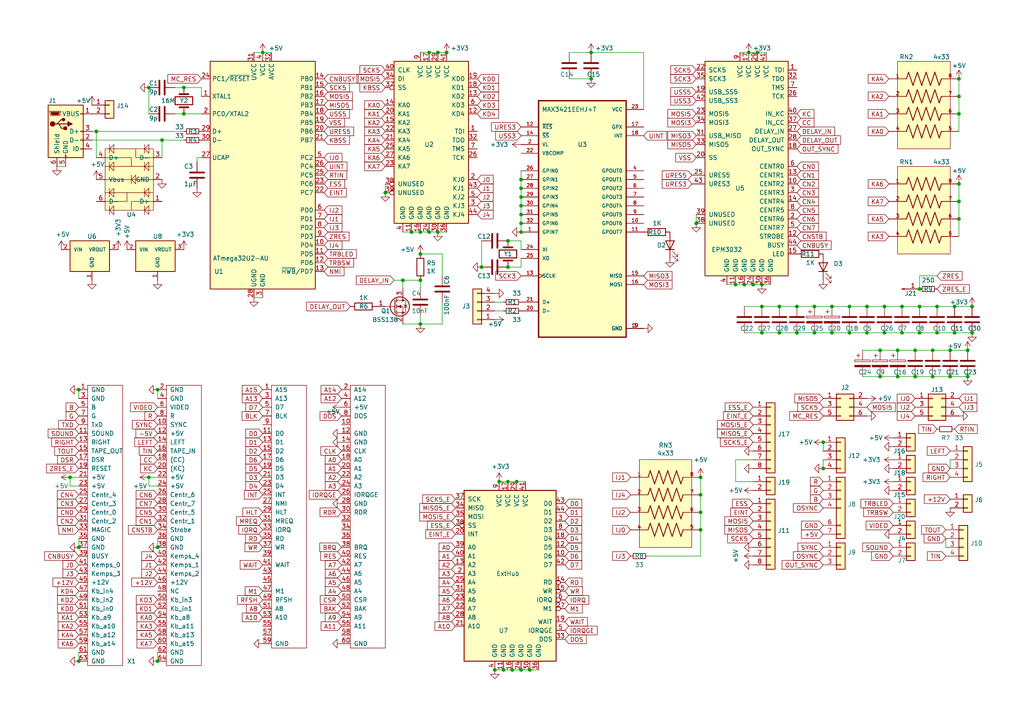
<source format=kicad_sch>
(kicad_sch (version 20211123) (generator eeschema)
  (paper "A4")
  (junction (at 266.7 83.82))
  (junction (at 246.38 88.9))
  (junction (at 151.13 67.31))
  (junction (at 278.13 53.34))
  (junction (at 278.13 63.5))
  (junction (at 265.43 101.6))
  (junction (at 276.86 96.52))
  (junction (at 281.94 96.52))
  (junction (at 151.13 64.77))
  (junction (at 121.92 81.28))
  (junction (at 261.62 96.52))
  (junction (at 281.94 88.9))
  (junction (at 151.13 54.61))
  (junction (at 171.45 15.24))
  (junction (at 147.32 77.47))
  (junction (at 43.18 25.4))
  (junction (at 45.72 191.77))
  (junction (at 124.46 15.24))
  (junction (at 275.59 109.22))
  (junction (at 256.54 96.52))
  (junction (at 76.2 15.24))
  (junction (at 280.67 101.6))
  (junction (at 151.13 59.69))
  (junction (at 22.86 158.75))
  (junction (at 147.32 69.85))
  (junction (at 144.78 139.7))
  (junction (at 121.92 67.31))
  (junction (at 220.98 82.55))
  (junction (at 149.86 139.7))
  (junction (at 270.51 109.22))
  (junction (at 270.51 101.6))
  (junction (at 226.06 96.52))
  (junction (at 201.93 64.77))
  (junction (at 127 15.24))
  (junction (at 45.72 158.75))
  (junction (at 148.59 194.31))
  (junction (at 146.05 194.31))
  (junction (at 241.3 96.52))
  (junction (at 280.67 109.22))
  (junction (at 151.13 52.07))
  (junction (at 121.92 93.98))
  (junction (at 255.27 109.22))
  (junction (at 203.2 148.59))
  (junction (at 203.2 138.43))
  (junction (at 276.86 88.9))
  (junction (at 260.35 101.6))
  (junction (at 46.99 40.64))
  (junction (at 220.98 96.52))
  (junction (at 111.76 55.88))
  (junction (at 246.38 96.52))
  (junction (at 127 67.31))
  (junction (at 220.98 88.9))
  (junction (at 147.32 139.7))
  (junction (at 151.13 194.31))
  (junction (at 256.54 88.9))
  (junction (at 151.13 62.23))
  (junction (at 260.35 109.22))
  (junction (at 278.13 27.94))
  (junction (at 231.14 96.52))
  (junction (at 271.78 88.9))
  (junction (at 143.51 194.31))
  (junction (at 251.46 88.9))
  (junction (at 121.92 73.66))
  (junction (at 43.18 138.43))
  (junction (at 119.38 67.31))
  (junction (at 251.46 96.52))
  (junction (at 53.34 33.02))
  (junction (at 266.7 96.52))
  (junction (at 275.59 101.6))
  (junction (at 203.2 153.67))
  (junction (at 22.86 191.77))
  (junction (at 261.62 88.9))
  (junction (at 271.78 96.52))
  (junction (at 231.14 88.9))
  (junction (at 116.84 81.28))
  (junction (at 218.44 82.55))
  (junction (at 53.34 25.4))
  (junction (at 226.06 88.9))
  (junction (at 217.17 15.24))
  (junction (at 151.13 57.15))
  (junction (at 124.46 67.31))
  (junction (at 278.13 58.42))
  (junction (at 278.13 33.02))
  (junction (at 219.71 15.24))
  (junction (at 238.76 128.27))
  (junction (at 20.32 138.43))
  (junction (at 278.13 22.86))
  (junction (at 236.22 88.9))
  (junction (at 27.94 38.1))
  (junction (at 238.76 135.89))
  (junction (at 213.36 82.55))
  (junction (at 129.54 15.24))
  (junction (at 236.22 96.52))
  (junction (at 171.45 22.86))
  (junction (at 265.43 109.22))
  (junction (at 139.7 77.47))
  (junction (at 215.9 82.55))
  (junction (at 255.27 101.6))
  (junction (at 153.67 194.31))
  (junction (at 45.72 113.03))
  (junction (at 22.86 113.03))
  (junction (at 266.7 88.9))
  (junction (at 203.2 143.51))
  (junction (at 241.3 88.9))
  (wire (pts (xy 124.46 67.31) (xy 127 67.31)))
  (wire (pts (xy 213.36 133.35) (xy 213.36 139.7)))
  (wire (pts (xy 111.76 53.34) (xy 111.76 55.88)))
  (wire (pts (xy 238.76 133.35) (xy 238.76 135.89)))
  (wire (pts (xy 266.7 96.52) (xy 271.78 96.52)))
  (wire (pts (xy 20.32 140.97) (xy 22.86 140.97)))
  (wire (pts (xy 26.67 38.1) (xy 27.94 38.1)))
  (wire (pts (xy 251.46 96.52) (xy 256.54 96.52)))
  (wire (pts (xy 171.45 15.24) (xy 186.69 15.24)))
  (wire (pts (xy 220.98 96.52) (xy 215.9 96.52)))
  (wire (pts (xy 265.43 109.22) (xy 270.51 109.22)))
  (wire (pts (xy 151.13 52.07) (xy 151.13 49.53)))
  (wire (pts (xy 214.63 15.24) (xy 217.17 15.24)))
  (wire (pts (xy 165.1 15.24) (xy 171.45 15.24)))
  (wire (pts (xy 121.92 73.66) (xy 128.27 73.66)))
  (wire (pts (xy 218.44 82.55) (xy 220.98 82.55)))
  (wire (pts (xy 151.13 67.31) (xy 151.13 64.77)))
  (wire (pts (xy 114.3 81.28) (xy 116.84 81.28)))
  (wire (pts (xy 278.13 63.5) (xy 278.13 68.58)))
  (wire (pts (xy 251.46 88.9) (xy 256.54 88.9)))
  (wire (pts (xy 147.32 139.7) (xy 144.78 139.7)))
  (wire (pts (xy 119.38 67.31) (xy 121.92 67.31)))
  (wire (pts (xy 213.36 139.7) (xy 218.44 139.7)))
  (wire (pts (xy 275.59 133.35) (xy 275.59 135.89)))
  (wire (pts (xy 128.27 73.66) (xy 128.27 80.01)))
  (wire (pts (xy 26.67 40.64) (xy 46.99 40.64)))
  (wire (pts (xy 53.34 25.4) (xy 58.42 25.4)))
  (wire (pts (xy 45.72 115.57) (xy 45.72 113.03)))
  (wire (pts (xy 236.22 96.52) (xy 241.3 96.52)))
  (wire (pts (xy 148.59 194.31) (xy 151.13 194.31)))
  (wire (pts (xy 226.06 88.9) (xy 231.14 88.9)))
  (wire (pts (xy 255.27 109.22) (xy 260.35 109.22)))
  (wire (pts (xy 238.76 130.81) (xy 238.76 128.27)))
  (wire (pts (xy 116.84 81.28) (xy 116.84 83.82)))
  (wire (pts (xy 278.13 22.86) (xy 278.13 27.94)))
  (wire (pts (xy 151.13 57.15) (xy 151.13 54.61)))
  (wire (pts (xy 261.62 96.52) (xy 266.7 96.52)))
  (wire (pts (xy 210.82 82.55) (xy 213.36 82.55)))
  (wire (pts (xy 22.86 115.57) (xy 22.86 113.03)))
  (wire (pts (xy 266.7 88.9) (xy 271.78 88.9)))
  (wire (pts (xy 246.38 88.9) (xy 251.46 88.9)))
  (wire (pts (xy 121.92 67.31) (xy 124.46 67.31)))
  (wire (pts (xy 43.18 140.97) (xy 45.72 140.97)))
  (wire (pts (xy 149.86 139.7) (xy 147.32 139.7)))
  (wire (pts (xy 241.3 88.9) (xy 246.38 88.9)))
  (wire (pts (xy 127 15.24) (xy 129.54 15.24)))
  (wire (pts (xy 124.46 15.24) (xy 127 15.24)))
  (wire (pts (xy 128.27 87.63) (xy 128.27 93.98)))
  (wire (pts (xy 278.13 58.42) (xy 278.13 63.5)))
  (wire (pts (xy 278.13 27.94) (xy 278.13 33.02)))
  (wire (pts (xy 203.2 138.43) (xy 203.2 143.51)))
  (wire (pts (xy 151.13 64.77) (xy 151.13 62.23)))
  (wire (pts (xy 16.51 48.26) (xy 19.05 48.26)))
  (wire (pts (xy 265.43 101.6) (xy 270.51 101.6)))
  (wire (pts (xy 276.86 88.9) (xy 281.94 88.9)))
  (wire (pts (xy 278.13 33.02) (xy 278.13 38.1)))
  (wire (pts (xy 22.86 189.23) (xy 22.86 191.77)))
  (wire (pts (xy 143.51 87.63) (xy 146.05 87.63)))
  (wire (pts (xy 261.62 88.9) (xy 266.7 88.9)))
  (wire (pts (xy 76.2 15.24) (xy 73.66 15.24)))
  (wire (pts (xy 219.71 15.24) (xy 222.25 15.24)))
  (wire (pts (xy 46.99 40.64) (xy 53.34 40.64)))
  (wire (pts (xy 266.7 80.01) (xy 271.78 80.01)))
  (wire (pts (xy 186.69 15.24) (xy 186.69 31.75)))
  (wire (pts (xy 76.2 15.24) (xy 78.74 15.24)))
  (wire (pts (xy 127 67.31) (xy 129.54 67.31)))
  (wire (pts (xy 58.42 25.4) (xy 58.42 27.94)))
  (wire (pts (xy 231.14 96.52) (xy 236.22 96.52)))
  (wire (pts (xy 250.19 101.6) (xy 255.27 101.6)))
  (wire (pts (xy 151.13 77.47) (xy 151.13 74.93)))
  (wire (pts (xy 226.06 96.52) (xy 231.14 96.52)))
  (wire (pts (xy 22.86 158.75) (xy 22.86 156.21)))
  (wire (pts (xy 43.18 138.43) (xy 45.72 138.43)))
  (wire (pts (xy 147.32 69.85) (xy 151.13 69.85)))
  (wire (pts (xy 266.7 83.82) (xy 266.7 80.01)))
  (wire (pts (xy 271.78 88.9) (xy 276.86 88.9)))
  (wire (pts (xy 58.42 45.72) (xy 57.15 45.72)))
  (wire (pts (xy 220.98 96.52) (xy 226.06 96.52)))
  (wire (pts (xy 151.13 59.69) (xy 151.13 57.15)))
  (wire (pts (xy 256.54 96.52) (xy 261.62 96.52)))
  (wire (pts (xy 203.2 161.29) (xy 203.2 153.67)))
  (wire (pts (xy 274.32 156.21) (xy 274.32 158.75)))
  (wire (pts (xy 260.35 101.6) (xy 265.43 101.6)))
  (wire (pts (xy 116.84 67.31) (xy 119.38 67.31)))
  (wire (pts (xy 20.32 138.43) (xy 20.32 140.97)))
  (wire (pts (xy 220.98 88.9) (xy 226.06 88.9)))
  (wire (pts (xy 151.13 69.85) (xy 151.13 72.39)))
  (wire (pts (xy 143.51 90.17) (xy 146.05 90.17)))
  (wire (pts (xy 151.13 194.31) (xy 153.67 194.31)))
  (wire (pts (xy 201.93 62.23) (xy 201.93 64.77)))
  (wire (pts (xy 76.2 86.36) (xy 73.66 86.36)))
  (wire (pts (xy 121.92 81.28) (xy 121.92 83.82)))
  (wire (pts (xy 121.92 81.28) (xy 116.84 81.28)))
  (wire (pts (xy 203.2 148.59) (xy 203.2 153.67)))
  (wire (pts (xy 121.92 93.98) (xy 128.27 93.98)))
  (wire (pts (xy 27.94 38.1) (xy 53.34 38.1)))
  (wire (pts (xy 43.18 138.43) (xy 43.18 140.97)))
  (wire (pts (xy 116.84 93.98) (xy 121.92 93.98)))
  (wire (pts (xy 275.59 101.6) (xy 280.67 101.6)))
  (wire (pts (xy 152.4 139.7) (xy 149.86 139.7)))
  (wire (pts (xy 255.27 101.6) (xy 260.35 101.6)))
  (wire (pts (xy 57.15 45.72) (xy 57.15 46.99)))
  (wire (pts (xy 231.14 88.9) (xy 236.22 88.9)))
  (wire (pts (xy 220.98 82.55) (xy 223.52 82.55)))
  (wire (pts (xy 153.67 194.31) (xy 156.21 194.31)))
  (wire (pts (xy 121.92 91.44) (xy 121.92 93.98)))
  (wire (pts (xy 275.59 109.22) (xy 280.67 109.22)))
  (wire (pts (xy 236.22 88.9) (xy 241.3 88.9)))
  (wire (pts (xy 46.99 40.64) (xy 46.99 45.72)))
  (wire (pts (xy 143.51 194.31) (xy 146.05 194.31)))
  (wire (pts (xy 45.72 189.23) (xy 45.72 191.77)))
  (wire (pts (xy 151.13 62.23) (xy 151.13 59.69)))
  (wire (pts (xy 260.35 109.22) (xy 265.43 109.22)))
  (wire (pts (xy 45.72 158.75) (xy 45.72 156.21)))
  (wire (pts (xy 215.9 88.9) (xy 220.98 88.9)))
  (wire (pts (xy 217.17 15.24) (xy 219.71 15.24)))
  (wire (pts (xy 53.34 33.02) (xy 58.42 33.02)))
  (wire (pts (xy 270.51 101.6) (xy 275.59 101.6)))
  (wire (pts (xy 203.2 143.51) (xy 203.2 148.59)))
  (wire (pts (xy 139.7 69.85) (xy 139.7 77.47)))
  (wire (pts (xy 121.92 15.24) (xy 124.46 15.24)))
  (wire (pts (xy 218.44 133.35) (xy 213.36 133.35)))
  (wire (pts (xy 213.36 82.55) (xy 215.9 82.55)))
  (wire (pts (xy 151.13 54.61) (xy 151.13 52.07)))
  (wire (pts (xy 256.54 88.9) (xy 261.62 88.9)))
  (wire (pts (xy 271.78 96.52) (xy 276.86 96.52)))
  (wire (pts (xy 53.34 33.02) (xy 50.8 33.02)))
  (wire (pts (xy 165.1 22.86) (xy 171.45 22.86)))
  (wire (pts (xy 20.32 138.43) (xy 22.86 138.43)))
  (wire (pts (xy 250.19 109.22) (xy 255.27 109.22)))
  (wire (pts (xy 276.86 96.52) (xy 281.94 96.52)))
  (wire (pts (xy 215.9 82.55) (xy 218.44 82.55)))
  (wire (pts (xy 27.94 38.1) (xy 27.94 45.72)))
  (wire (pts (xy 147.32 77.47) (xy 151.13 77.47)))
  (wire (pts (xy 246.38 96.52) (xy 251.46 96.52)))
  (wire (pts (xy 146.05 194.31) (xy 148.59 194.31)))
  (wire (pts (xy 278.13 53.34) (xy 278.13 58.42)))
  (wire (pts (xy 187.96 161.29) (xy 203.2 161.29)))
  (wire (pts (xy 43.18 25.4) (xy 43.18 33.02)))
  (wire (pts (xy 270.51 109.22) (xy 275.59 109.22)))
  (wire (pts (xy 50.8 25.4) (xy 53.34 25.4)))
  (wire (pts (xy 241.3 96.52) (xy 246.38 96.52)))
  (global_label "D1" (shape input) (at 76.2 128.27 180) (property "Intersheet References" "${INTERSHEET_REFS}" (effects hide)))
  (global_label "DOS" (shape input) (at 163.83 185.42 0) (property "Intersheet References" "${INTERSHEET_REFS}" (effects hide)))
  (global_label "VSS" (shape input) (at 201.93 45.72 180) (property "Intersheet References" "${INTERSHEET_REFS}" (effects hide)))
  (global_label "M1" (shape input) (at 76.2 171.45 180) (property "Intersheet References" "${INTERSHEET_REFS}" (effects hide)))
  (global_label "A6" (shape input) (at 99.06 166.37 180) (property "Intersheet References" "${INTERSHEET_REFS}" (effects hide)))
  (global_label "+5V" (shape input) (at 238.76 154.94 180) (property "Intersheet References" "${INTERSHEET_REFS}" (effects hide)))
  (global_label "ZRES_E" (shape input) (at 22.86 135.89 180) (property "Intersheet References" "${INTERSHEET_REFS}" (effects hide)))
  (global_label "KA7" (shape input) (at 111.76 48.26 180) (property "Intersheet References" "${INTERSHEET_REFS}" (effects hide)))
  (global_label "KD2" (shape input) (at 138.43 27.94 0) (property "Intersheet References" "${INTERSHEET_REFS}" (effects hide)))
  (global_label "KD0" (shape input) (at 22.86 176.53 180) (property "Intersheet References" "${INTERSHEET_REFS}" (effects hide)))
  (global_label "A4" (shape input) (at 99.06 171.45 180) (property "Intersheet References" "${INTERSHEET_REFS}" (effects hide)))
  (global_label "MOSI5" (shape input) (at 93.98 27.94 0) (property "Intersheet References" "${INTERSHEET_REFS}" (effects hide)))
  (global_label "EINT_E" (shape input) (at 218.44 120.65 180) (property "Intersheet References" "${INTERSHEET_REFS}" (effects hide)))
  (global_label "J0" (shape input) (at 22.86 163.83 180) (property "Intersheet References" "${INTERSHEET_REFS}" (effects hide)))
  (global_label "IORQGE" (shape input) (at 163.83 182.88 0) (property "Intersheet References" "${INTERSHEET_REFS}" (effects hide)))
  (global_label "MC_RES" (shape input) (at 238.76 120.65 180) (property "Intersheet References" "${INTERSHEET_REFS}" (effects hide)))
  (global_label "IJ0" (shape input) (at 182.88 153.67 180) (property "Intersheet References" "${INTERSHEET_REFS}" (effects hide)))
  (global_label "IJ4" (shape input) (at 182.88 143.51 180) (property "Intersheet References" "${INTERSHEET_REFS}" (effects hide)))
  (global_label "IORQGE" (shape input) (at 99.06 143.51 180) (property "Intersheet References" "${INTERSHEET_REFS}" (effects hide)))
  (global_label "DELAY_OUT" (shape input) (at 101.6 88.9 180) (property "Intersheet References" "${INTERSHEET_REFS}" (effects hide)))
  (global_label "RD" (shape input) (at 163.83 168.91 0) (property "Intersheet References" "${INTERSHEET_REFS}" (effects hide)))
  (global_label "RFSH" (shape input) (at 76.2 173.99 180) (property "Intersheet References" "${INTERSHEET_REFS}" (effects hide)))
  (global_label "G" (shape input) (at 238.76 142.24 180) (property "Intersheet References" "${INTERSHEET_REFS}" (effects hide)))
  (global_label "SCK3" (shape input) (at 151.13 80.01 180) (property "Intersheet References" "${INTERSHEET_REFS}" (effects hide)))
  (global_label "A5" (shape input) (at 99.06 168.91 180) (property "Intersheet References" "${INTERSHEET_REFS}" (effects hide)))
  (global_label "KA6" (shape input) (at 22.86 186.69 180) (property "Intersheet References" "${INTERSHEET_REFS}" (effects hide)))
  (global_label "KA2" (shape input) (at 111.76 35.56 180) (property "Intersheet References" "${INTERSHEET_REFS}" (effects hide)))
  (global_label "MOSI3" (shape input) (at 201.93 35.56 180) (property "Intersheet References" "${INTERSHEET_REFS}" (effects hide)))
  (global_label "MOSI5" (shape input) (at 111.76 22.86 180) (property "Intersheet References" "${INTERSHEET_REFS}" (effects hide)))
  (global_label "DELAY_OUT" (shape input) (at 231.14 40.64 0) (property "Intersheet References" "${INTERSHEET_REFS}" (effects hide)))
  (global_label "J0" (shape input) (at 138.43 52.07 0) (property "Intersheet References" "${INTERSHEET_REFS}" (effects hide)))
  (global_label "NMI" (shape input) (at 93.98 78.74 0) (property "Intersheet References" "${INTERSHEET_REFS}" (effects hide)))
  (global_label "J1" (shape input) (at 45.72 163.83 180) (property "Intersheet References" "${INTERSHEET_REFS}" (effects hide)))
  (global_label "MISO5_E" (shape input) (at 132.08 147.32 180) (property "Intersheet References" "${INTERSHEET_REFS}" (effects hide)))
  (global_label "KA5" (shape input) (at 257.81 63.5 180) (property "Intersheet References" "${INTERSHEET_REFS}" (effects hide)))
  (global_label "D2" (shape input) (at 163.83 151.13 0) (property "Intersheet References" "${INTERSHEET_REFS}" (effects hide)))
  (global_label "MREQ" (shape input) (at 76.2 151.13 180) (property "Intersheet References" "${INTERSHEET_REFS}" (effects hide)))
  (global_label "IJ2" (shape input) (at 265.43 118.11 180) (property "Intersheet References" "${INTERSHEET_REFS}" (effects hide)))
  (global_label "KD1" (shape input) (at 45.72 176.53 180) (property "Intersheet References" "${INTERSHEET_REFS}" (effects hide)))
  (global_label "KA0" (shape input) (at 257.81 38.1 180) (property "Intersheet References" "${INTERSHEET_REFS}" (effects hide)))
  (global_label "J3" (shape input) (at 22.86 166.37 180) (property "Intersheet References" "${INTERSHEET_REFS}" (effects hide)))
  (global_label "TIN" (shape input) (at 274.32 161.29 180) (property "Intersheet References" "${INTERSHEET_REFS}" (effects hide)))
  (global_label "IJ4" (shape input) (at 93.98 71.12 0) (property "Intersheet References" "${INTERSHEET_REFS}" (effects hide)))
  (global_label "D4" (shape input) (at 76.2 140.97 180) (property "Intersheet References" "${INTERSHEET_REFS}" (effects hide)))
  (global_label "ZRES_E" (shape input) (at 271.78 83.82 0) (property "Intersheet References" "${INTERSHEET_REFS}" (effects hide)))
  (global_label "J4" (shape input) (at 45.72 161.29 180) (property "Intersheet References" "${INTERSHEET_REFS}" (effects hide)))
  (global_label "D3" (shape input) (at 163.83 153.67 0) (property "Intersheet References" "${INTERSHEET_REFS}" (effects hide)))
  (global_label "ESS_E" (shape input) (at 132.08 152.4 180) (property "Intersheet References" "${INTERSHEET_REFS}" (effects hide)))
  (global_label "CN4" (shape input) (at 22.86 143.51 180) (property "Intersheet References" "${INTERSHEET_REFS}" (effects hide)))
  (global_label "TRBSW" (shape input) (at 259.08 148.59 180) (property "Intersheet References" "${INTERSHEET_REFS}" (effects hide)))
  (global_label "CN0" (shape input) (at 231.14 48.26 0) (property "Intersheet References" "${INTERSHEET_REFS}" (effects hide)))
  (global_label "RIGHT" (shape input) (at 275.59 138.43 180) (property "Intersheet References" "${INTERSHEET_REFS}" (effects hide)))
  (global_label "A5" (shape input) (at 132.08 171.45 180) (property "Intersheet References" "${INTERSHEET_REFS}" (effects hide)))
  (global_label "D1" (shape input) (at 163.83 148.59 0) (property "Intersheet References" "${INTERSHEET_REFS}" (effects hide)))
  (global_label "CN6" (shape input) (at 231.14 63.5 0) (property "Intersheet References" "${INTERSHEET_REFS}" (effects hide)))
  (global_label "MOSI3" (shape input) (at 186.69 82.55 0) (property "Intersheet References" "${INTERSHEET_REFS}" (effects hide)))
  (global_label "IJ1" (shape input) (at 182.88 138.43 180) (property "Intersheet References" "${INTERSHEET_REFS}" (effects hide)))
  (global_label "MISO3" (shape input) (at 201.93 39.37 180) (property "Intersheet References" "${INTERSHEET_REFS}" (effects hide)))
  (global_label "KD3" (shape input) (at 138.43 30.48 0) (property "Intersheet References" "${INTERSHEET_REFS}" (effects hide)))
  (global_label "KA7" (shape input) (at 45.72 186.69 180) (property "Intersheet References" "${INTERSHEET_REFS}" (effects hide)))
  (global_label "WAIT" (shape input) (at 76.2 163.83 180) (property "Intersheet References" "${INTERSHEET_REFS}" (effects hide)))
  (global_label "J2" (shape input) (at 138.43 57.15 0) (property "Intersheet References" "${INTERSHEET_REFS}" (effects hide)))
  (global_label "KA1" (shape input) (at 257.81 33.02 180) (property "Intersheet References" "${INTERSHEET_REFS}" (effects hide)))
  (global_label "MISO5" (shape input) (at 238.76 115.57 180) (property "Intersheet References" "${INTERSHEET_REFS}" (effects hide)))
  (global_label "HLT" (shape input) (at 76.2 148.59 180) (property "Intersheet References" "${INTERSHEET_REFS}" (effects hide)))
  (global_label "TRBLED" (shape input) (at 93.98 73.66 0) (property "Intersheet References" "${INTERSHEET_REFS}" (effects hide)))
  (global_label "BLK" (shape input) (at 76.2 120.65 180) (property "Intersheet References" "${INTERSHEET_REFS}" (effects hide)))
  (global_label "CN6" (shape input) (at 45.72 143.51 180) (property "Intersheet References" "${INTERSHEET_REFS}" (effects hide)))
  (global_label "CNBUSY" (shape input) (at 231.14 71.12 0) (property "Intersheet References" "${INTERSHEET_REFS}" (effects hide)))
  (global_label "CC" (shape input) (at 45.72 133.35 180) (property "Intersheet References" "${INTERSHEET_REFS}" (effects hide)))
  (global_label "J4" (shape input) (at 138.43 62.23 0) (property "Intersheet References" "${INTERSHEET_REFS}" (effects hide)))
  (global_label "GND" (shape input) (at 275.59 135.89 180) (property "Intersheet References" "${INTERSHEET_REFS}" (effects hide)))
  (global_label "KA7" (shape input) (at 257.81 58.42 180) (property "Intersheet References" "${INTERSHEET_REFS}" (effects hide)))
  (global_label "D5" (shape input) (at 163.83 158.75 0) (property "Intersheet References" "${INTERSHEET_REFS}" (effects hide)))
  (global_label "URES5" (shape input) (at 93.98 38.1 0) (property "Intersheet References" "${INTERSHEET_REFS}" (effects hide)))
  (global_label "A7" (shape input) (at 132.08 176.53 180) (property "Intersheet References" "${INTERSHEET_REFS}" (effects hide)))
  (global_label "A13" (shape input) (at 76.2 115.57 180) (property "Intersheet References" "${INTERSHEET_REFS}" (effects hide)))
  (global_label "OSYNC" (shape input) (at 238.76 147.32 180) (property "Intersheet References" "${INTERSHEET_REFS}" (effects hide)))
  (global_label "USS3" (shape input) (at 151.13 39.37 180) (property "Intersheet References" "${INTERSHEET_REFS}" (effects hide)))
  (global_label "A15" (shape input) (at 76.2 113.03 180) (property "Intersheet References" "${INTERSHEET_REFS}" (effects hide)))
  (global_label "ESS" (shape input) (at 93.98 53.34 0) (property "Intersheet References" "${INTERSHEET_REFS}" (effects hide)))
  (global_label "KD2" (shape input) (at 22.86 173.99 180) (property "Intersheet References" "${INTERSHEET_REFS}" (effects hide)))
  (global_label "A2" (shape input) (at 132.08 163.83 180) (property "Intersheet References" "${INTERSHEET_REFS}" (effects hide)))
  (global_label "SCK5" (shape input) (at 201.93 20.32 180) (property "Intersheet References" "${INTERSHEET_REFS}" (effects hide)))
  (global_label "IORQ" (shape input) (at 76.2 153.67 180) (property "Intersheet References" "${INTERSHEET_REFS}" (effects hide)))
  (global_label "RTIN" (shape input) (at 93.98 50.8 0) (property "Intersheet References" "${INTERSHEET_REFS}" (effects hide)))
  (global_label "D2" (shape input) (at 76.2 130.81 180) (property "Intersheet References" "${INTERSHEET_REFS}" (effects hide)))
  (global_label "J3" (shape input) (at 138.43 59.69 0) (property "Intersheet References" "${INTERSHEET_REFS}" (effects hide)))
  (global_label "CSR" (shape input) (at 99.06 173.99 180) (property "Intersheet References" "${INTERSHEET_REFS}" (effects hide)))
  (global_label "+12V" (shape input) (at 275.59 144.78 180) (property "Intersheet References" "${INTERSHEET_REFS}" (effects hide)))
  (global_label "KD4" (shape input) (at 22.86 171.45 180) (property "Intersheet References" "${INTERSHEET_REFS}" (effects hide)))
  (global_label "URES3" (shape input) (at 200.66 53.34 180) (property "Intersheet References" "${INTERSHEET_REFS}" (effects hide)))
  (global_label "VSS" (shape input) (at 93.98 35.56 0) (property "Intersheet References" "${INTERSHEET_REFS}" (effects hide)))
  (global_label "MOSI5_E" (shape input) (at 132.08 149.86 180) (property "Intersheet References" "${INTERSHEET_REFS}" (effects hide)))
  (global_label "EINT_E" (shape input) (at 132.08 154.94 180) (property "Intersheet References" "${INTERSHEET_REFS}" (effects hide)))
  (global_label "SCK5_E" (shape input) (at 218.44 128.27 180) (property "Intersheet References" "${INTERSHEET_REFS}" (effects hide)))
  (global_label "CN7" (shape input) (at 231.14 66.04 0) (property "Intersheet References" "${INTERSHEET_REFS}" (effects hide)))
  (global_label "A8" (shape input) (at 132.08 179.07 180) (property "Intersheet References" "${INTERSHEET_REFS}" (effects hide)))
  (global_label "J1" (shape input) (at 138.43 54.61 0) (property "Intersheet References" "${INTERSHEET_REFS}" (effects hide)))
  (global_label "SOUND" (shape input) (at 22.86 125.73 180) (property "Intersheet References" "${INTERSHEET_REFS}" (effects hide)))
  (global_label "MOSI5_E" (shape input) (at 218.44 123.19 180) (property "Intersheet References" "${INTERSHEET_REFS}" (effects hide)))
  (global_label "R" (shape input) (at 45.72 120.65 180) (property "Intersheet References" "${INTERSHEET_REFS}" (effects hide)))
  (global_label "CN1" (shape input) (at 45.72 151.13 180) (property "Intersheet References" "${INTERSHEET_REFS}" (effects hide)))
  (global_label "CLK" (shape input) (at 99.06 130.81 180) (property "Intersheet References" "${INTERSHEET_REFS}" (effects hide)))
  (global_label "TXD" (shape input) (at 22.86 123.19 180) (property "Intersheet References" "${INTERSHEET_REFS}" (effects hide)))
  (global_label "IJ2" (shape input) (at 182.88 148.59 180) (property "Intersheet References" "${INTERSHEET_REFS}" (effects hide)))
  (global_label "A4" (shape input) (at 132.08 168.91 180) (property "Intersheet References" "${INTERSHEET_REFS}" (effects hide)))
  (global_label "A6" (shape input) (at 132.08 173.99 180) (property "Intersheet References" "${INTERSHEET_REFS}" (effects hide)))
  (global_label "ZRES" (shape input) (at 93.98 68.58 0) (property "Intersheet References" "${INTERSHEET_REFS}" (effects hide)))
  (global_label "MC_RES" (shape input) (at 58.42 22.86 180) (property "Intersheet References" "${INTERSHEET_REFS}" (effects hide)))
  (global_label "KA3" (shape input) (at 111.76 38.1 180) (property "Intersheet References" "${INTERSHEET_REFS}" (effects hide)))
  (global_label "B" (shape input) (at 238.76 144.78 180) (property "Intersheet References" "${INTERSHEET_REFS}" (effects hide)))
  (global_label "MISO3" (shape input) (at 186.69 80.01 0) (property "Intersheet References" "${INTERSHEET_REFS}" (effects hide)))
  (global_label "A8" (shape input) (at 76.2 176.53 180) (property "Intersheet References" "${INTERSHEET_REFS}" (effects hide)))
  (global_label "IJ2" (shape input) (at 93.98 60.96 0) (property "Intersheet References" "${INTERSHEET_REFS}" (effects hide)))
  (global_label "VIDEO" (shape input) (at 45.72 118.11 180) (property "Intersheet References" "${INTERSHEET_REFS}" (effects hide)))
  (global_label "KBSS" (shape input) (at 93.98 40.64 0) (property "Intersheet References" "${INTERSHEET_REFS}" (effects hide)))
  (global_label "RIGHT" (shape input) (at 22.86 128.27 180) (property "Intersheet References" "${INTERSHEET_REFS}" (effects hide)))
  (global_label "KC" (shape input) (at 231.14 33.02 0) (property "Intersheet References" "${INTERSHEET_REFS}" (effects hide)))
  (global_label "BAK" (shape input) (at 99.06 176.53 180) (property "Intersheet References" "${INTERSHEET_REFS}" (effects hide)))
  (global_label "CN4" (shape input) (at 231.14 58.42 0) (property "Intersheet References" "${INTERSHEET_REFS}" (effects hide)))
  (global_label "KA0" (shape input) (at 45.72 179.07 180) (property "Intersheet References" "${INTERSHEET_REFS}" (effects hide)))
  (global_label "CNBUSY" (shape input) (at 93.98 22.86 0) (property "Intersheet References" "${INTERSHEET_REFS}" (effects hide)))
  (global_label "SOUND" (shape input) (at 259.08 158.75 180) (property "Intersheet References" "${INTERSHEET_REFS}" (effects hide)))
  (global_label "GND" (shape input) (at 274.32 156.21 180) (property "Intersheet References" "${INTERSHEET_REFS}" (effects hide)))
  (global_label "OUT_SYNC" (shape input) (at 231.14 43.18 0) (property "Intersheet References" "${INTERSHEET_REFS}" (effects hide)))
  (global_label "SCK5" (shape input) (at 111.76 20.32 180) (property "Intersheet References" "${INTERSHEET_REFS}" (effects hide)))
  (global_label "A11" (shape input) (at 99.06 181.61 180) (property "Intersheet References" "${INTERSHEET_REFS}" (effects hide)))
  (global_label "D0" (shape input) (at 163.83 146.05 0) (property "Intersheet References" "${INTERSHEET_REFS}" (effects hide)))
  (global_label "KA4" (shape input) (at 22.86 184.15 180) (property "Intersheet References" "${INTERSHEET_REFS}" (effects hide)))
  (global_label "WR" (shape input) (at 163.83 171.45 0) (property "Intersheet References" "${INTERSHEET_REFS}" (effects hide)))
  (global_label "SYNC" (shape input) (at 45.72 123.19 180) (property "Intersheet References" "${INTERSHEET_REFS}" (effects hide)))
  (global_label "KA4" (shape input) (at 257.81 22.86 180) (property "Intersheet References" "${INTERSHEET_REFS}" (effects hide)))
  (global_label "IJ1" (shape input) (at 278.13 115.57 0) (property "Intersheet References" "${INTERSHEET_REFS}" (effects hide)))
  (global_label "ESS" (shape input) (at 218.44 146.05 180) (property "Intersheet References" "${INTERSHEET_REFS}" (effects hide)))
  (global_label "KA3" (shape input) (at 257.81 68.58 180) (property "Intersheet References" "${INTERSHEET_REFS}" (effects hide)))
  (global_label "OSYNC" (shape input) (at 238.76 161.29 180) (property "Intersheet References" "${INTERSHEET_REFS}" (effects hide)))
  (global_label "D6" (shape input) (at 163.83 161.29 0) (property "Intersheet References" "${INTERSHEET_REFS}" (effects hide)))
  (global_label "GND" (shape input) (at 259.08 161.29 180) (property "Intersheet References" "${INTERSHEET_REFS}" (effects hide)))
  (global_label "MISO5" (shape input) (at 201.93 41.91 180) (property "Intersheet References" "${INTERSHEET_REFS}" (effects hide)))
  (global_label "ZRES" (shape input) (at 271.78 80.01 0) (property "Intersheet References" "${INTERSHEET_REFS}" (effects hide)))
  (global_label "A1" (shape input) (at 99.06 135.89 180) (property "Intersheet References" "${INTERSHEET_REFS}" (effects hide)))
  (global_label "CN2" (shape input) (at 231.14 53.34 0) (property "Intersheet References" "${INTERSHEET_REFS}" (effects hide)))
  (global_label "EINT" (shape input) (at 218.44 148.59 180) (property "Intersheet References" "${INTERSHEET_REFS}" (effects hide)))
  (global_label "KA0" (shape input) (at 111.76 30.48 180) (property "Intersheet References" "${INTERSHEET_REFS}" (effects hide)))
  (global_label "NMI" (shape input) (at 22.86 153.67 180) (property "Intersheet References" "${INTERSHEET_REFS}" (effects hide)))
  (global_label "KA2" (shape input) (at 22.86 181.61 180) (property "Intersheet References" "${INTERSHEET_REFS}" (effects hide)))
  (global_label "LEFT" (shape input) (at 45.72 128.27 180) (property "Intersheet References" "${INTERSHEET_REFS}" (effects hide)))
  (global_label "A0" (shape input) (at 132.08 158.75 180) (property "Intersheet References" "${INTERSHEET_REFS}" (effects hide)))
  (global_label "R" (shape input) (at 238.76 139.7 180) (property "Intersheet References" "${INTERSHEET_REFS}" (effects hide)))
  (global_label "A9" (shape input) (at 99.06 179.07 180) (property "Intersheet References" "${INTERSHEET_REFS}" (effects hide)))
  (global_label "KD1" (shape input) (at 138.43 25.4 0) (property "Intersheet References" "${INTERSHEET_REFS}" (effects hide)))
  (global_label "TIN" (shape input) (at 45.72 130.81 180) (property "Intersheet References" "${INTERSHEET_REFS}" (effects hide)))
  (global_label "CN1" (shape input) (at 231.14 50.8 0) (property "Intersheet References" "${INTERSHEET_REFS}" (effects hide)))
  (global_label "SCK5_E" (shape input) (at 132.08 144.78 180) (property "Intersheet References" "${INTERSHEET_REFS}" (effects hide)))
  (global_label "J2" (shape input) (at 45.72 166.37 180) (property "Intersheet References" "${INTERSHEET_REFS}" (effects hide)))
  (global_label "KA2" (shape input) (at 257.81 27.94 180) (property "Intersheet References" "${INTERSHEET_REFS}" (effects hide)))
  (global_label "USS5" (shape input) (at 93.98 33.02 0) (property "Intersheet References" "${INTERSHEET_REFS}" (effects hide)))
  (global_label "A10" (shape input) (at 132.08 181.61 180) (property "Intersheet References" "${INTERSHEET_REFS}" (effects hide)))
  (global_label "UINT" (shape input) (at 186.69 39.37 0) (property "Intersheet References" "${INTERSHEET_REFS}" (effects hide)))
  (global_label "MISO5" (shape input) (at 93.98 30.48 0) (property "Intersheet References" "${INTERSHEET_REFS}" (effects hide)))
  (global_label "D4" (shape input) (at 163.83 156.21 0) (property "Intersheet References" "${INTERSHEET_REFS}" (effects hide)))
  (global_label "A7" (shape input) (at 99.06 163.83 180) (property "Intersheet References" "${INTERSHEET_REFS}" (effects hide)))
  (global_label "TOUT" (shape input) (at 274.32 153.67 180) (property "Intersheet References" "${INTERSHEET_REFS}" (effects hide)))
  (global_label "SCK3" (shape input) (at 201.93 22.86 180) (property "Intersheet References" "${INTERSHEET_REFS}" (effects hide)))
  (global_label "VIDEO" (shape input) (at 259.08 152.4 180) (property "Intersheet References" "${INTERSHEET_REFS}" (effects hide)))
  (global_label "KD0" (shape input) (at 138.43 22.86 0) (property "Intersheet References" "${INTERSHEET_REFS}" (effects hide)))
  (global_label "D6" (shape input) (at 76.2 133.35 180) (property "Intersheet References" "${INTERSHEET_REFS}" (effects hide)))
  (global_label "A2" (shape input) (at 99.06 138.43 180) (property "Intersheet References" "${INTERSHEET_REFS}" (effects hide)))
  (global_label "KA5" (shape input) (at 45.72 184.15 180) (property "Intersheet References" "${INTERSHEET_REFS}" (effects hide)))
  (global_label "WR" (shape input) (at 76.2 158.75 180) (property "Intersheet References" "${INTERSHEET_REFS}" (effects hide)))
  (global_label "MISO5_E" (shape input) (at 218.44 125.73 180) (property "Intersheet References" "${INTERSHEET_REFS}" (effects hide)))
  (global_label "TOUT" (shape input) (at 22.86 130.81 180) (property "Intersheet References" "${INTERSHEET_REFS}" (effects hide)))
  (global_label "URES5" (shape input) (at 200.66 50.8 180) (property "Intersheet References" "${INTERSHEET_REFS}" (effects hide)))
  (global_label "B" (shape input) (at 22.86 118.11 180) (property "Intersheet References" "${INTERSHEET_REFS}" (effects hide)))
  (global_label "D7" (shape input) (at 76.2 118.11 180) (property "Intersheet References" "${INTERSHEET_REFS}" (effects hide)))
  (global_label "MOSI5" (shape input) (at 201.93 33.02 180) (property "Intersheet References" "${INTERSHEET_REFS}" (effects hide)))
  (global_label "+12V" (shape input) (at 22.86 168.91 180) (property "Intersheet References" "${INTERSHEET_REFS}" (effects hide)))
  (global_label "SCK5" (shape input) (at 218.44 156.21 180) (property "Intersheet References" "${INTERSHEET_REFS}" (effects hide)))
  (global_label "G" (shape input) (at 22.86 120.65 180) (property "Intersheet References" "${INTERSHEET_REFS}" (effects hide)))
  (global_label "SYNC" (shape input) (at 238.76 158.75 180) (property "Intersheet References" "${INTERSHEET_REFS}" (effects hide)))
  (global_label "CN3" (shape input) (at 22.86 146.05 180) (property "Intersheet References" "${INTERSHEET_REFS}" (effects hide)))
  (global_label "KA5" (shape input) (at 111.76 43.18 180) (property "Intersheet References" "${INTERSHEET_REFS}" (effects hide)))
  (global_label "-5V" (shape input) (at 45.72 125.73 180) (property "Intersheet References" "${INTERSHEET_REFS}" (effects hide)))
  (global_label "KD4" (shape input) (at 138.43 33.02 0) (property "Intersheet References" "${INTERSHEET_REFS}" (effects hide)))
  (global_label "CN5" (shape input) (at 231.14 60.96 0) (property "Intersheet References" "${INTERSHEET_REFS}" (effects hide)))
  (global_label "CN5" (shape input) (at 45.72 148.59 180) (property "Intersheet References" "${INTERSHEET_REFS}" (effects hide)))
  (global_label "RES" (shape input) (at 99.06 161.29 180) (property "Intersheet References" "${INTERSHEET_REFS}" (effects hide)))
  (global_label "KA6" (shape input) (at 111.76 45.72 180) (property "Intersheet References" "${INTERSHEET_REFS}" (effects hide)))
  (global_label "TIN" (shape input) (at 271.78 124.46 180) (property "Intersheet References" "${INTERSHEET_REFS}" (effects hide)))
  (global_label "MOSI5" (shape input) (at 218.44 151.13 180) (property "Intersheet References" "${INTERSHEET_REFS}" (effects hide)))
  (global_label "KD3" (shape input) (at 45.72 173.99 180) (property "Intersheet References" "${INTERSHEET_REFS}" (effects hide)))
  (global_label "CN2" (shape input) (at 22.86 151.13 180) (property "Intersheet References" "${INTERSHEET_REFS}" (effects hide)))
  (global_label "IJ0" (shape input) (at 265.43 115.57 180) (property "Intersheet References" "${INTERSHEET_REFS}" (effects hide)))
  (global_label "CC" (shape input) (at 231.14 35.56 0) (property "Intersheet References" "${INTERSHEET_REFS}" (effects hide)))
  (global_label "KA1" (shape input) (at 22.86 179.07 180) (property "Intersheet References" "${INTERSHEET_REFS}" (effects hide)))
  (global_label "BRQ" (shape input) (at 99.06 158.75 180) (property "Intersheet References" "${INTERSHEET_REFS}" (effects hide)))
  (global_label "KA4" (shape input) (at 111.76 40.64 180) (property "Intersheet References" "${INTERSHEET_REFS}" (effects hide)))
  (global_label "CNSTB" (shape input) (at 231.14 68.58 0) (property "Intersheet References" "${INTERSHEET_REFS}" (effects hide)))
  (global_label "ESS_E" (shape input) (at 218.44 118.11 180) (property "Intersheet References" "${INTERSHEET_REFS}" (effects hide)))
  (global_label "M1" (shape input) (at 163.83 176.53 0) (property "Intersheet References" "${INTERSHEET_REFS}" (effects hide)))
  (global_label "IJ0" (shape input) (at 93.98 45.72 0) (property "Intersheet References" "${INTERSHEET_REFS}" (effects hide)))
  (global_label "MISO5" (shape input) (at 218.44 153.67 180) (property "Intersheet References" "${INTERSHEET_REFS}" (effects hide)))
  (global_label "DELAY_IN" (shape input) (at 114.3 81.28 180) (property "Intersheet References" "${INTERSHEET_REFS}" (effects hide)))
  (global_label "A3" (shape input) (at 132.08 166.37 180) (property "Intersheet References" "${INTERSHEET_REFS}" (effects hide)))
  (global_label "D0" (shape input) (at 76.2 125.73 180) (property "Intersheet References" "${INTERSHEET_REFS}" (effects hide)))
  (global_label "MOSI5" (shape input) (at 251.46 118.11 0) (property "Intersheet References" "${INTERSHEET_REFS}" (effects hide)))
  (global_label "RTIN" (shape input) (at 276.86 124.46 0) (property "Intersheet References" "${INTERSHEET_REFS}" (effects hide)))
  (global_label "CN3" (shape input) (at 231.14 55.88 0) (property "Intersheet References" "${INTERSHEET_REFS}" (effects hide)))
  (global_label "D3" (shape input) (at 76.2 138.43 180) (property "Intersheet References" "${INTERSHEET_REFS}" (effects hide)))
  (global_label "D5" (shape input) (at 76.2 135.89 180) (property "Intersheet References" "${INTERSHEET_REFS}" (effects hide)))
  (global_label "A0" (shape input) (at 99.06 133.35 180) (property "Intersheet References" "${INTERSHEET_REFS}" (effects hide)))
  (global_label "TRBLED" (shape input) (at 259.08 146.05 180) (property "Intersheet References" "${INTERSHEET_REFS}" (effects hide)))
  (global_label "A1" (shape input) (at 132.08 161.29 180) (property "Intersheet References" "${INTERSHEET_REFS}" (effects hide)))
  (global_label "RDR" (shape input) (at 99.06 148.59 180) (property "Intersheet References" "${INTERSHEET_REFS}" (effects hide)))
  (global_label "URES3" (shape input) (at 151.13 36.83 180) (property "Intersheet References" "${INTERSHEET_REFS}" (effects hide)))
  (global_label "OUT_SYNC" (shape input) (at 238.76 163.83 180) (property "Intersheet References" "${INTERSHEET_REFS}" (effects hide)))
  (global_label "USS3" (shape input) (at 201.93 29.21 180) (property "Intersheet References" "${INTERSHEET_REFS}" (effects hide)))
  (global_label "DSR" (shape input) (at 22.86 133.35 180) (property "Intersheet References" "${INTERSHEET_REFS}" (effects hide)))
  (global_label "KBSS" (shape input) (at 111.76 25.4 180) (property "Intersheet References" "${INTERSHEET_REFS}" (effects hide)))
  (global_label "SCK5" (shape input) (at 93.98 25.4 0) (property "Intersheet References" "${INTERSHEET_REFS}" (effects hide)))
  (global_label "EINT" (shape input) (at 93.98 55.88 0) (property "Intersheet References" "${INTERSHEET_REFS}" (effects hide)))
  (global_label "CN0" (shape input) (at 22.86 148.59 180) (property "Intersheet References" "${INTERSHEET_REFS}" (effects hide)))
  (global_label "KC" (shape input) (at 45.72 135.89 180) (property "Intersheet References" "${INTERSHEET_REFS}" (effects hide)))
  (global_label "IJ4" (shape input) (at 265.43 120.65 180) (property "Intersheet References" "${INTERSHEET_REFS}" (effects hide)))
  (global_label "A3" (shape input) (at 99.06 140.97 180) (property "Intersheet References" "${INTERSHEET_REFS}" (effects hide)))
  (global_label "CNBUSY" (shape input) (at 22.86 161.29 180) (property "Intersheet References" "${INTERSHEET_REFS}" (effects hide)))
  (global_label "+12V" (shape input) (at 45.72 168.91 180) (property "Intersheet References" "${INTERSHEET_REFS}" (effects hide)))
  (global_label "CNSTB" (shape input) (at 45.72 153.67 180) (property "Intersheet References" "${INTERSHEET_REFS}" (effects hide)))
  (global_label "LEFT" (shape input) (at 275.59 130.81 180) (property "Intersheet References" "${INTERSHEET_REFS}" (effects hide)))
  (global_label "A14" (shape input) (at 99.06 113.03 180) (property "Intersheet References" "${INTERSHEET_REFS}" (effects hide)))
  (global_label "IORQ" (shape input) (at 163.83 173.99 0) (property "Intersheet References" "${INTERSHEET_REFS}" (effects hide)))
  (global_label "A10" (shape input) (at 76.2 179.07 180) (property "Intersheet References" "${INTERSHEET_REFS}" (effects hide)))
  (global_label "SCK5" (shape input) (at 238.76 118.11 180) (property "Intersheet References" "${INTERSHEET_REFS}" (effects hide)))
  (global_label "IJ3" (shape input) (at 278.13 118.11 0) (property "Intersheet References" "${INTERSHEET_REFS}" (effects hide)))
  (global_label "GND" (shape input) (at 238.76 152.4 180) (property "Intersheet References" "${INTERSHEET_REFS}" (effects hide)))
  (global_label "KA6" (shape input) (at 257.81 53.34 180) (property "Intersheet References" "${INTERSHEET_REFS}" (effects hide)))
  (global_label "INT" (shape input) (at 76.2 143.51 180) (property "Intersheet References" "${INTERSHEET_REFS}" (effects hide)))
  (global_label "KA1" (shape input) (at 111.76 33.02 180) (property "Intersheet References" "${INTERSHEET_REFS}" (effects hide)))
  (global_label "RD" (shape input) (at 76.2 156.21 180) (property "Intersheet References" "${INTERSHEET_REFS}" (effects hide)))
  (global_label "A12" (shape input) (at 99.06 115.57 180) (property "Intersheet References" "${INTERSHEET_REFS}" (effects hide)))
  (global_label "D7" (shape input) (at 163.83 163.83 0) (property "Intersheet References" "${INTERSHEET_REFS}" (effects hide)))
  (global_label "USS5" (shape input) (at 201.93 26.67 180) (property "Intersheet References" "${INTERSHEET_REFS}" (effects hide)))
  (global_label "IJ3" (shape input) (at 93.98 66.04 0) (property "Intersheet References" "${INTERSHEET_REFS}" (effects hide)))
  (global_label "KA3" (shape input) (at 45.72 181.61 180) (property "Intersheet References" "${INTERSHEET_REFS}" (effects hide)))
  (global_label "UINT" (shape input) (at 93.98 48.26 0) (property "Intersheet References" "${INTERSHEET_REFS}" (effects hide)))
  (global_label "DOS" (shape input) (at 99.06 120.65 180) (property "Intersheet References" "${INTERSHEET_REFS}" (effects hide)))
  (global_label "CN7" (shape input) (at 45.72 146.05 180) (property "Intersheet References" "${INTERSHEET_REFS}" (effects hide)))
  (global_label "IJ3" (shape input) (at 182.88 161.29 180) (property "Intersheet References" "${INTERSHEET_REFS}" (effects hide)))
  (global_label "IJ1" (shape input) (at 93.98 63.5 0) (property "Intersheet References" "${INTERSHEET_REFS}" (effects hide)))
  (global_label "DELAY_IN" (shape input) (at 231.14 38.1 0) (property "Intersheet References" "${INTERSHEET_REFS}" (effects hide)))
  (global_label "WAIT" (shape input) (at 163.83 180.34 0) (property "Intersheet References" "${INTERSHEET_REFS}" (effects hide)))
  (global_label "TRBSW" (shape input) (at 93.98 76.2 0) (property "Intersheet References" "${INTERSHEET_REFS}" (effects hide)))
  (symbol (lib_id "MAX3421EEHJ_T:MAX3421EEHJ+T") (at 168.91 62.23 0) (unit 1)
    (property "Reference" "U3" (at 168.91 41.91 0))
    (property "Value" "MAX3421EEHJ+T" (at 165.1 31.75 0))
    (property "Footprint" "Package_QFP:LQFP-32_5x5mm_P0.5mm" (effects hide))
    (property "Description" "\\nUSB Controller USB 2.0 SPI Interface 32-TQFP (5x5)\\n" (effects hide))
    (property "Price" "None" (effects hide))
    (property "Availability" "In Stock" (effects hide))
    (property "MP" "MAX3421EEHJ+T" (effects hide))
    (property "MF" "Maxim Integrated" (effects hide))
    (property "Purchase-URL" "https://pricing.snapeda.com/search/part/MAX3421EEHJ+T/?ref=eda" (effects hide))
    (property "Package" "TQFP-32 Maxim" (effects hide))
  )
  (symbol (lib_id "power:GND") (at 186.69 95.25 90) (unit 1)
    (property "Reference" "#PWR0101" (effects hide))
    (property "Value" "GND" (effects hide))
  )
  (symbol (lib_id "power:+3.3V") (at 171.45 15.24 0) (unit 1)
    (property "Reference" "#PWR0102" (effects hide))
    (property "Value" "+3.3V" (at 175.26 13.97 0))
  )
  (symbol (lib_id "power:GND") (at 127 67.31 0) (unit 1)
    (property "Reference" "#PWR0103" (effects hide))
    (property "Value" "GND" (effects hide))
  )
  (symbol (lib_id "psk:EPM3064_KbdHub") (at 132.08 55.88 0) (unit 1)
    (property "Reference" "U2" (at 124.46 41.91 0))
    (property "Value" "EPM3064_KbdHub" (effects hide))
    (property "Footprint" "Package_QFP:TQFP-44_10x10mm_P0.8mm" (effects hide))
  )
  (symbol (lib_id "psk:ScorpionEdgeConnector") (at 35.56 156.21 0) (unit 1)
    (property "Reference" "X1" (at 36.83 191.77 0) (effects (justify left)))
    (property "Value" "ScorpionEdgeConnector" (effects hide))
    (property "Footprint" "card:PADS_2.5_32" (effects hide))
  )
  (symbol (lib_id "power:GND") (at 22.86 191.77 270) (unit 1)
    (property "Reference" "#PWR0105" (effects hide))
    (property "Value" "GND" (effects hide))
  )
  (symbol (lib_id "power:GND") (at 45.72 191.77 270) (unit 1)
    (property "Reference" "#PWR0106" (effects hide))
    (property "Value" "GND" (effects hide))
  )
  (symbol (lib_id "power:GND") (at 22.86 113.03 270) (unit 1)
    (property "Reference" "#PWR0107" (effects hide))
    (property "Value" "GND" (effects hide))
  )
  (symbol (lib_id "power:GND") (at 45.72 113.03 270) (unit 1)
    (property "Reference" "#PWR0108" (effects hide))
    (property "Value" "GND" (effects hide))
  )
  (symbol (lib_id "Device:Crystal") (at 53.34 29.21 270) (unit 1)
    (property "Reference" "Y2" (at 54.61 29.21 90) (effects (justify right)))
    (property "Value" "16M" (at 50.8 29.21 90) (effects (justify right)))
    (property "Footprint" "Crystal:Crystal_HC49-U_Vertical" (effects hide))
  )
  (symbol (lib_id "Device:C") (at 46.99 25.4 270) (unit 1)
    (property "Reference" "C1" (at 43.18 24.13 90) (effects (justify left)))
    (property "Value" "9p" (at 43.18 26.67 90) (effects (justify left)))
    (property "Footprint" "Capacitor_SMD:C_0805_2012Metric" (effects hide))
  )
  (symbol (lib_id "Device:C") (at 46.99 33.02 270) (unit 1)
    (property "Reference" "C2" (at 43.18 31.75 90) (effects (justify left)))
    (property "Value" "9p" (at 43.18 34.29 90) (effects (justify left)))
    (property "Footprint" "Capacitor_SMD:C_0805_2012Metric" (effects hide))
  )
  (symbol (lib_id "power:GND") (at 43.18 25.4 270) (unit 1)
    (property "Reference" "#PWR0110" (effects hide))
    (property "Value" "GND" (effects hide))
  )
  (symbol (lib_id "Connector:USB_B_Mini") (at 19.05 38.1 0) (unit 1)
    (property "Reference" "J1" (at 15.24 29.21 0))
    (property "Value" "USB_B_Mini" (effects hide))
    (property "Footprint" "card:usb_mini" (effects hide))
  )
  (symbol (lib_id "Device:R_Small") (at 148.59 87.63 270) (unit 1)
    (property "Reference" "R1" (at 148.59 87.63 90))
    (property "Value" "33" (at 149.86 85.09 90))
    (property "Footprint" "Resistor_SMD:R_0805_2012Metric" (effects hide))
  )
  (symbol (lib_id "Device:R_Small") (at 148.59 90.17 270) (unit 1)
    (property "Reference" "R2" (at 148.59 90.17 90))
    (property "Value" "33" (at 149.86 92.71 90))
    (property "Footprint" "Resistor_SMD:R_0805_2012Metric" (effects hide))
  )
  (symbol (lib_id "psk:IP4220CZ6") (at 38.1 63.5 0) (unit 1)
    (property "Reference" "U4" (at 38.1 62.23 0))
    (property "Value" "IP4220CZ6" (effects hide))
    (property "Footprint" "Package_SO:TSOP-6_1.65x3.05mm_P0.95mm" (effects hide))
  )
  (symbol (lib_id "Device:C") (at 275.59 105.41 0) (unit 1)
    (property "Reference" "C21" (at 274.32 107.95 0) (effects (justify left)))
    (property "Value" "C" (effects hide))
    (property "Footprint" "Capacitor_SMD:C_0805_2012Metric" (effects hide))
  )
  (symbol (lib_id "Device:C") (at 280.67 105.41 0) (unit 1)
    (property "Reference" "C23" (at 279.4 107.95 0) (effects (justify left)))
    (property "Value" "C" (effects hide))
    (property "Footprint" "Capacitor_SMD:C_0805_2012Metric" (effects hide))
  )
  (symbol (lib_id "power:GND") (at 280.67 109.22 0) (unit 1)
    (property "Reference" "#PWR0134" (effects hide))
    (property "Value" "GND" (effects hide))
  )
  (symbol (lib_id "power:+5V") (at 280.67 101.6 0) (unit 1)
    (property "Reference" "#PWR0141" (effects hide))
    (property "Value" "+5V" (at 276.86 100.33 0))
  )
  (symbol (lib_id "power:GND") (at 45.72 158.75 270) (unit 1)
    (property "Reference" "#PWR0119" (effects hide))
    (property "Value" "GND" (effects hide))
  )
  (symbol (lib_id "power:+3.3V") (at 129.54 15.24 0) (unit 1)
    (property "Reference" "#PWR0115" (effects hide))
    (property "Value" "+3.3V" (at 133.35 13.97 0))
  )
  (symbol (lib_id "power:GND") (at 22.86 158.75 270) (unit 1)
    (property "Reference" "#PWR0120" (effects hide))
    (property "Value" "GND" (effects hide))
  )
  (symbol (lib_id "power:GND") (at 151.13 67.31 270) (unit 1)
    (property "Reference" "#PWR0117" (effects hide))
    (property "Value" "GND" (effects hide))
  )
  (symbol (lib_id "Device:R_Small") (at 55.88 38.1 270) (unit 1)
    (property "Reference" "R3" (at 55.88 38.1 90))
    (property "Value" "33" (at 52.07 36.83 90))
    (property "Footprint" "Resistor_SMD:R_0805_2012Metric" (effects hide))
  )
  (symbol (lib_id "Device:R_Small") (at 55.88 40.64 270) (unit 1)
    (property "Reference" "R4" (at 55.88 40.64 90))
    (property "Value" "33" (at 52.07 39.37 90))
    (property "Footprint" "Resistor_SMD:R_0805_2012Metric" (effects hide))
  )
  (symbol (lib_id "power:GND") (at 16.51 48.26 0) (unit 1)
    (property "Reference" "#PWR0112" (effects hide))
    (property "Value" "GND" (effects hide))
  )
  (symbol (lib_id "power:GND") (at 46.99 52.07 0) (unit 1)
    (property "Reference" "#PWR0135" (effects hide))
    (property "Value" "GND" (effects hide))
  )
  (symbol (lib_id "power:+5V") (at 27.94 52.07 0) (unit 1)
    (property "Reference" "#PWR0142" (effects hide))
    (property "Value" "+5V" (at 28.321 47.6758 0))
  )
  (symbol (lib_id "power:+5V") (at 76.2 15.24 0) (unit 1)
    (property "Reference" "#PWR0109" (effects hide))
    (property "Value" "+5V" (at 80.01 13.97 0))
  )
  (symbol (lib_id "power:+5V") (at 17.78 72.39 0) (unit 1)
    (property "Reference" "#PWR0145" (effects hide))
    (property "Value" "+5V" (at 18.161 67.9958 0))
  )
  (symbol (lib_id "power:+3.3V") (at 34.29 72.39 0) (unit 1)
    (property "Reference" "#PWR0146" (effects hide))
    (property "Value" "+3.3V" (at 34.29 66.04 90))
  )
  (symbol (lib_id "power:GND") (at 26.67 81.28 0) (unit 1)
    (property "Reference" "#PWR0147" (effects hide))
    (property "Value" "GND" (effects hide))
  )
  (symbol (lib_id "Device:C") (at 251.46 92.71 0) (unit 1)
    (property "Reference" "C5" (at 250.19 95.25 0) (effects (justify left)))
    (property "Value" "C" (effects hide))
    (property "Footprint" "Capacitor_SMD:C_0805_2012Metric" (effects hide))
  )
  (symbol (lib_id "Device:C") (at 261.62 92.71 0) (unit 1)
    (property "Reference" "C7" (at 260.35 95.25 0) (effects (justify left)))
    (property "Value" "C" (effects hide))
    (property "Footprint" "Capacitor_SMD:C_0805_2012Metric" (effects hide))
  )
  (symbol (lib_id "Device:C") (at 266.7 92.71 0) (unit 1)
    (property "Reference" "C8" (at 265.43 95.25 0) (effects (justify left)))
    (property "Value" "C" (effects hide))
    (property "Footprint" "Capacitor_SMD:C_0805_2012Metric" (effects hide))
  )
  (symbol (lib_id "Device:C") (at 276.86 92.71 0) (unit 1)
    (property "Reference" "C11" (at 275.59 95.25 0) (effects (justify left)))
    (property "Value" "C" (effects hide))
    (property "Footprint" "Capacitor_SMD:C_0805_2012Metric" (effects hide))
  )
  (symbol (lib_id "power:GND") (at 281.94 96.52 0) (unit 1)
    (property "Reference" "#PWR0122" (effects hide))
    (property "Value" "GND" (effects hide))
  )
  (symbol (lib_id "power:+3.3V") (at 281.94 88.9 0) (unit 1)
    (property "Reference" "#PWR0123" (effects hide))
    (property "Value" "+3.3V" (at 278.13 87.63 0))
  )
  (symbol (lib_id "Device:Crystal") (at 147.32 73.66 270) (unit 1)
    (property "Reference" "Y1" (at 148.59 73.66 90) (effects (justify right)))
    (property "Value" "12M" (effects hide))
    (property "Footprint" "Crystal:Crystal_HC49-U_Vertical" (effects hide))
  )
  (symbol (lib_id "Device:C") (at 143.51 69.85 270) (unit 1)
    (property "Reference" "C12" (at 138.43 68.58 90) (effects (justify left)))
    (property "Value" "C" (effects hide))
    (property "Footprint" "Capacitor_SMD:C_0805_2012Metric" (effects hide))
  )
  (symbol (lib_id "Device:C") (at 143.51 77.47 270) (unit 1)
    (property "Reference" "C13" (at 138.43 80.01 90) (effects (justify left)))
    (property "Value" "C" (effects hide))
    (property "Footprint" "Capacitor_SMD:C_0805_2012Metric" (effects hide))
  )
  (symbol (lib_id "power:GND") (at 139.7 77.47 270) (unit 1)
    (property "Reference" "#PWR0127" (effects hide))
    (property "Value" "GND" (effects hide))
  )
  (symbol (lib_id "Device:C") (at 171.45 19.05 0) (unit 1)
    (property "Reference" "C15" (at 170.18 21.59 0) (effects (justify left)))
    (property "Value" "C" (effects hide))
    (property "Footprint" "Capacitor_SMD:C_0805_2012Metric" (effects hide))
  )
  (symbol (lib_id "Device:C") (at 165.1 19.05 0) (mirror y) (unit 1)
    (property "Reference" "C14" (at 166.37 21.59 0) (effects (justify left)))
    (property "Value" "C" (effects hide))
    (property "Footprint" "Capacitor_SMD:C_0805_2012Metric" (effects hide))
  )
  (symbol (lib_id "power:GND") (at 171.45 22.86 0) (unit 1)
    (property "Reference" "#PWR0128" (effects hide))
    (property "Value" "GND" (effects hide))
  )
  (symbol (lib_id "Device:C_Polarized") (at 260.35 105.41 0) (unit 1)
    (property "Reference" "C16" (at 259.08 107.95 0) (effects (justify left)))
    (property "Value" "CP" (effects hide))
    (property "Footprint" "Capacitor_THT:C_Radial_D6.3mm_H11.0mm_P2.50mm" (effects hide))
  )
  (symbol (lib_id "power:GND") (at 73.66 86.36 0) (unit 1)
    (property "Reference" "#PWR0131" (effects hide))
    (property "Value" "GND" (effects hide))
  )
  (symbol (lib_id "CAY16-122J4LF:CAY16-122J4LF") (at 267.97 60.96 0) (unit 1)
    (property "Reference" "RN1" (at 262.89 46.99 0))
    (property "Value" "4x33" (at 273.05 46.99 0))
    (property "Footprint" "card:RESCAF80P320X160X60-8N" (effects hide))
    (property "MANUFACTURER" "Bourns" (effects hide))
    (property "STANDARD" "IPC-7351B" (effects hide))
  )
  (symbol (lib_id "MCU_Microchip_ATmega:ATmega32U2-A") (at 76.2 50.8 0) (unit 1)
    (property "Reference" "U1" (at 63.5 78.74 0))
    (property "Value" "ATmega32U2-AU" (at 69.85 74.93 0))
    (property "Footprint" "Package_QFP:TQFP-32_7x7mm_P0.8mm" (effects hide))
    (property "Datasheet" "http://ww1.microchip.com/downloads/en/DeviceDoc/doc7799.pdf" (effects hide))
  )
  (symbol (lib_id "power:+3.3V") (at 217.17 15.24 0) (unit 1)
    (property "Reference" "#PWR0111" (effects hide))
    (property "Value" "+3.3V" (at 220.98 13.97 0))
  )
  (symbol (lib_id "Connector_Generic:Conn_01x04") (at 138.43 90.17 180) (unit 1)
    (property "Reference" "J3" (at 136.398 88.7984 0) (effects (justify left)))
    (property "Value" "Conn_01x04" (effects hide))
    (property "Footprint" "Connector_PinHeader_2.54mm:PinHeader_1x04_P2.54mm_Vertical" (effects hide))
  )
  (symbol (lib_id "power:+5V") (at 143.51 92.71 270) (unit 1)
    (property "Reference" "#PWR02" (effects hide))
    (property "Value" "+5V" (at 143.51 93.98 90))
  )
  (symbol (lib_id "power:GND") (at 143.51 85.09 90) (unit 1)
    (property "Reference" "#PWR01" (effects hide))
    (property "Value" "GND" (effects hide))
  )
  (symbol (lib_id "Device:C_Polarized") (at 236.22 92.71 0) (unit 1)
    (property "Reference" "C25" (at 234.95 95.25 0) (effects (justify left)))
    (property "Value" "CP" (effects hide))
    (property "Footprint" "Capacitor_THT:C_Radial_D6.3mm_H11.0mm_P2.50mm" (effects hide))
  )
  (symbol (lib_id "Connector_Generic:Conn_02x03_Odd_Even") (at 243.84 118.11 0) (unit 1)
    (property "Reference" "J2" (at 245.11 112.395 0))
    (property "Value" "Conn_02x03_Odd_Even" (effects hide))
    (property "Footprint" "Connector_PinHeader_2.54mm:PinHeader_2x03_P2.54mm_Vertical" (effects hide))
  )
  (symbol (lib_id "power:+5V") (at 278.13 22.86 0) (unit 1)
    (property "Reference" "#PWR0116" (effects hide))
    (property "Value" "+5V" (at 278.13 19.05 0))
  )
  (symbol (lib_id "power:+5V") (at 278.13 53.34 0) (unit 1)
    (property "Reference" "#PWR0121" (effects hide))
    (property "Value" "+5V" (at 278.13 49.53 0))
  )
  (symbol (lib_id "power:+5V") (at 251.46 115.57 270) (unit 1)
    (property "Reference" "#PWR0132" (effects hide))
    (property "Value" "+5V" (at 256.54 115.57 90))
  )
  (symbol (lib_id "CAY16-122J4LF:CAY16-122J4LF") (at 267.97 30.48 0) (unit 1)
    (property "Reference" "RN2" (at 262.89 16.51 0))
    (property "Value" "4x33" (at 273.05 16.51 0))
    (property "Footprint" "card:RESCAF80P320X160X60-8N" (effects hide))
    (property "MANUFACTURER" "Bourns" (effects hide))
    (property "STANDARD" "IPC-7351B" (effects hide))
  )
  (symbol (lib_id "power:GND") (at 251.46 120.65 90) (unit 1)
    (property "Reference" "#PWR0150" (effects hide))
    (property "Value" "GND" (effects hide))
  )
  (symbol (lib_id "Device:C") (at 57.15 50.8 0) (unit 1)
    (property "Reference" "C3" (at 53.34 48.26 0) (effects (justify left)))
    (property "Value" "1µF" (at 53.34 53.34 0) (effects (justify left)))
    (property "Footprint" "Capacitor_SMD:C_0805_2012Metric" (effects hide))
  )
  (symbol (lib_id "power:GND") (at 57.15 54.61 0) (unit 1)
    (property "Reference" "#PWR0126" (effects hide))
    (property "Value" "GND" (effects hide))
  )
  (symbol (lib_id "Connector_Generic:Conn_01x02") (at 264.16 127 0) (unit 1)
    (property "Reference" "J16" (at 259.08 130.81 0) (effects (justify left)))
    (property "Value" "3V3" (effects hide))
    (property "Footprint" "Connector_PinHeader_2.54mm:PinHeader_1x02_P2.54mm_Vertical" (effects hide))
  )
  (symbol (lib_id "power:GND") (at 259.08 129.54 270) (unit 1)
    (property "Reference" "#PWR011" (effects hide))
    (property "Value" "GND" (effects hide))
  )
  (symbol (lib_id "power:+5V") (at 259.08 127 90) (unit 1)
    (property "Reference" "#PWR012" (effects hide))
    (property "Value" "+5V" (at 254 127 90))
  )
  (symbol (lib_id "psk:ScorpionBusConnector") (at 88.9 156.21 0) (unit 1)
    (property "Reference" "X2" (effects hide))
    (property "Value" "ScorpionBusConnector" (effects hide))
    (property "Footprint" "card:PADS_2.5_32" (effects hide))
  )
  (symbol (lib_id "power:GND") (at 76.2 186.69 270) (unit 1)
    (property "Reference" "#PWR0151" (effects hide))
    (property "Value" "GND" (effects hide))
  )
  (symbol (lib_id "power:GND") (at 99.06 186.69 270) (unit 1)
    (property "Reference" "#PWR0152" (effects hide))
    (property "Value" "GND" (effects hide))
  )
  (symbol (lib_id "power:GND") (at 99.06 146.05 270) (unit 1)
    (property "Reference" "#PWR0153" (effects hide))
    (property "Value" "GND" (effects hide))
  )
  (symbol (lib_id "power:GND") (at 99.06 125.73 270) (unit 1)
    (property "Reference" "#PWR0154" (effects hide))
    (property "Value" "GND" (effects hide))
  )
  (symbol (lib_id "power:GND") (at 99.06 128.27 270) (unit 1)
    (property "Reference" "#PWR0155" (effects hide))
    (property "Value" "GND" (effects hide))
  )
  (symbol (lib_id "Device:R_Small") (at 274.32 124.46 270) (unit 1)
    (property "Reference" "R7" (at 274.32 127 90))
    (property "Value" "33" (at 278.13 127 90))
    (property "Footprint" "Resistor_SMD:R_0805_2012Metric" (effects hide))
  )
  (symbol (lib_id "Connector_Generic:Conn_01x04") (at 279.4 156.21 0) (unit 1)
    (property "Reference" "J10" (at 281.432 157.5816 0) (effects (justify left)))
    (property "Value" "Conn_01x04" (effects hide))
    (property "Footprint" "Connector_PinHeader_2.54mm:PinHeader_1x04_P2.54mm_Vertical" (effects hide))
  )
  (symbol (lib_id "power:+5V") (at 20.32 138.43 90) (unit 1)
    (property "Reference" "#PWR0114" (effects hide))
    (property "Value" "+5V" (at 17.78 140.97 90))
  )
  (symbol (lib_id "power:+5V") (at 43.18 138.43 90) (unit 1)
    (property "Reference" "#PWR0118" (effects hide))
    (property "Value" "+5V" (at 40.64 140.97 90))
  )
  (symbol (lib_id "Device:R") (at 234.95 73.66 270) (unit 1)
    (property "Reference" "R11" (at 232.41 73.66 90) (effects (justify left)))
    (property "Value" "1K" (at 233.68 76.2 90) (effects (justify left)))
    (property "Footprint" "Resistor_SMD:R_0805_2012Metric" (effects hide))
  )
  (symbol (lib_id "Device:LED") (at 238.76 77.47 90) (unit 1)
    (property "Reference" "D3" (at 241.7318 76.4794 90) (effects (justify right)))
    (property "Value" "LED" (effects hide))
    (property "Footprint" "LED_SMD:LED_0805_2012Metric" (effects hide))
  )
  (symbol (lib_id "power:GND") (at 238.76 81.28 0) (unit 1)
    (property "Reference" "#PWR0149" (effects hide))
    (property "Value" "GND" (effects hide))
  )
  (symbol (lib_id "Device:C") (at 270.51 105.41 0) (unit 1)
    (property "Reference" "C17" (at 269.24 107.95 0) (effects (justify left)))
    (property "Value" "C" (effects hide))
    (property "Footprint" "Capacitor_SMD:C_0805_2012Metric" (effects hide))
  )
  (symbol (lib_id "Connector_Generic:Conn_01x02") (at 31.75 30.48 0) (unit 1)
    (property "Reference" "J14" (at 33.782 30.6832 0) (effects (justify left)))
    (property "Value" "Conn_01x02" (effects hide))
    (property "Footprint" "Connector_PinHeader_2.54mm:PinHeader_1x02_P2.54mm_Vertical" (effects hide))
  )
  (symbol (lib_id "Connector_Generic:Conn_01x04") (at 243.84 130.81 0) (unit 1)
    (property "Reference" "J12" (at 245.872 132.1816 0) (effects (justify left)))
    (property "Value" "Conn_01x04" (effects hide))
    (property "Footprint" "Connector_PinHeader_2.54mm:PinHeader_1x04_P2.54mm_Horizontal" (effects hide))
  )
  (symbol (lib_id "power:+5V") (at 26.67 30.48 0) (unit 1)
    (property "Reference" "#PWR07" (effects hide))
    (property "Value" "+5V" (at 24.13 29.21 0))
  )
  (symbol (lib_id "power:+5V") (at 238.76 128.27 90) (unit 1)
    (property "Reference" "#PWR0140" (effects hide))
    (property "Value" "+5V" (at 233.68 128.27 90))
  )
  (symbol (lib_id "power:GND") (at 238.76 135.89 270) (unit 1)
    (property "Reference" "#PWR0143" (effects hide))
    (property "Value" "GND" (effects hide))
  )
  (symbol (lib_id "power:GND") (at 218.44 163.83 270) (unit 1)
    (property "Reference" "#PWR0144" (effects hide))
    (property "Value" "GND" (effects hide))
  )
  (symbol (lib_id "power:+5V") (at 218.44 161.29 90) (unit 1)
    (property "Reference" "#PWR0148" (effects hide))
    (property "Value" "+5V" (at 213.36 161.29 0))
  )
  (symbol (lib_id "Connector_Generic:Conn_01x08") (at 223.52 153.67 0) (unit 1)
    (property "Reference" "J11" (at 225.552 153.8732 0) (effects (justify left)))
    (property "Value" "Conn_01x08" (effects hide))
    (property "Footprint" "Connector_IDC:IDC-Header_2x04_P2.54mm_Vertical" (effects hide))
  )
  (symbol (lib_id "power:+3.3V") (at 259.08 139.7 90) (unit 1)
    (property "Reference" "#PWR09" (effects hide))
    (property "Value" "+3.3V" (at 252.73 139.7 90))
    (property "Footprint" "Connector_PinHeader_2.54mm:PinHeader_1x01_P2.54mm_Vertical" (effects hide))
  )
  (symbol (lib_id "Device:R") (at 105.41 88.9 270) (unit 1)
    (property "Reference" "R6" (at 104.14 88.9 90) (effects (justify left)))
    (property "Value" "1K" (at 104.14 86.36 90) (effects (justify left)))
    (property "Footprint" "Resistor_SMD:R_0805_2012Metric" (effects hide))
  )
  (symbol (lib_id "power:GND") (at 218.44 158.75 270) (unit 1)
    (property "Reference" "#PWR08" (effects hide))
    (property "Value" "GND" (effects hide))
  )
  (symbol (lib_id "psk:ExtHub") (at 147.32 165.1 0) (unit 1)
    (property "Reference" "U7" (at 146.05 182.88 0))
    (property "Value" "ExtHub" (at 147.32 166.37 0))
    (property "Footprint" "Package_QFP:TQFP-44_10x10mm_P0.8mm" (effects hide))
  )
  (symbol (lib_id "Connector_Generic:Conn_01x02") (at 264.16 139.7 0) (unit 1)
    (property "Reference" "J15" (at 259.08 143.51 0) (effects (justify left)))
    (property "Value" "3V3" (effects hide))
    (property "Footprint" "Connector_PinHeader_2.54mm:PinHeader_1x02_P2.54mm_Vertical" (effects hide))
  )
  (symbol (lib_id "power:GND") (at 259.08 142.24 270) (unit 1)
    (property "Reference" "#PWR010" (effects hide))
    (property "Value" "GND" (effects hide))
  )
  (symbol (lib_id "Device:C") (at 246.38 92.71 0) (unit 1)
    (property "Reference" "C18" (at 245.11 95.25 0) (effects (justify left)))
    (property "Value" "C" (effects hide))
    (property "Footprint" "Capacitor_SMD:C_0805_2012Metric" (effects hide))
  )
  (symbol (lib_id "power:GND") (at 143.51 194.31 0) (unit 1)
    (property "Reference" "#PWR0157" (effects hide))
    (property "Value" "GND" (effects hide))
  )
  (symbol (lib_id "Connector_Generic:Conn_01x08") (at 223.52 125.73 0) (unit 1)
    (property "Reference" "J17" (at 225.552 125.9332 0) (effects (justify left)))
    (property "Value" "Conn_01x08" (effects hide))
    (property "Footprint" "Connector_IDC:IDC-Header_2x04_P2.54mm_Vertical" (effects hide))
  )
  (symbol (lib_id "power:GND") (at 218.44 130.81 270) (unit 1)
    (property "Reference" "#PWR013" (effects hide))
    (property "Value" "GND" (effects hide))
  )
  (symbol (lib_id "power:GND") (at 218.44 135.89 270) (unit 1)
    (property "Reference" "#PWR015" (effects hide))
    (property "Value" "GND" (effects hide))
  )
  (symbol (lib_id "Device:C") (at 271.78 92.71 0) (unit 1)
    (property "Reference" "C10" (at 270.51 95.25 0) (effects (justify left)))
    (property "Value" "C" (effects hide))
    (property "Footprint" "Capacitor_SMD:C_0805_2012Metric" (effects hide))
  )
  (symbol (lib_id "Device:C") (at 265.43 105.41 0) (unit 1)
    (property "Reference" "C19" (at 264.16 107.95 0) (effects (justify left)))
    (property "Value" "C" (effects hide))
    (property "Footprint" "Capacitor_SMD:C_0805_2012Metric" (effects hide))
  )
  (symbol (lib_id "power:+5V") (at 99.06 118.11 90) (unit 1)
    (property "Reference" "#PWR0158" (effects hide))
    (property "Value" "+5V" (at 96.52 119.38 90))
  )
  (symbol (lib_id "AP7215-33YG-13:AP7215-33YG-13") (at 49.53 74.93 0) (unit 1)
    (property "Reference" "U8" (at 45.72 68.58 0))
    (property "Value" "AP7215-33YG-13" (effects hide))
    (property "Footprint" "Package_TO_SOT_SMD:SOT-89-3" (effects hide))
    (property "DESCR" "IC REG LDO 3.3V 0.6A SOT89-3" (effects hide))
    (property "MF" "Diodes Inc" (effects hide))
    (property "MPN" "AP7215-33YG-13" (effects hide))
  )
  (symbol (lib_id "power:GND") (at 45.72 81.28 0) (unit 1)
    (property "Reference" "#PWR0159" (effects hide))
    (property "Value" "GND" (effects hide))
  )
  (symbol (lib_id "power:+5V") (at 36.83 72.39 0) (unit 1)
    (property "Reference" "#PWR0160" (effects hide))
    (property "Value" "+5V" (at 36.83 67.31 90))
  )
  (symbol (lib_id "power:+3.3V") (at 53.34 72.39 0) (unit 1)
    (property "Reference" "#PWR0161" (effects hide))
    (property "Value" "+3.3V" (at 53.721 67.9958 0))
  )
  (symbol (lib_id "power:+3.3V") (at 144.78 139.7 0) (unit 1)
    (property "Reference" "#PWR0156" (effects hide))
    (property "Value" "+3.3V" (at 145.161 135.3058 0))
  )
  (symbol (lib_id "psk:EPM3032_SyncRegen") (at 224.79 55.88 0) (unit 1)
    (property "Reference" "U5" (at 214.63 54.61 0))
    (property "Value" "EPM3032" (at 210.82 72.39 0))
    (property "Footprint" "Package_QFP:TQFP-44_10x10mm_P0.8mm" (effects hide))
  )
  (symbol (lib_id "power:GND") (at 111.76 55.88 0) (unit 1)
    (property "Reference" "#PWR0124" (effects hide))
    (property "Value" "GND" (effects hide))
  )
  (symbol (lib_id "Device:C_Polarized") (at 241.3 92.71 0) (unit 1)
    (property "Reference" "C20" (at 240.03 95.25 0) (effects (justify left)))
    (property "Value" "CP" (effects hide))
    (property "Footprint" "Capacitor_THT:C_Radial_D6.3mm_H11.0mm_P2.50mm" (effects hide))
  )
  (symbol (lib_id "Device:C") (at 215.9 92.71 0) (unit 1)
    (property "Reference" "C22" (at 214.63 95.25 0) (effects (justify left)))
    (property "Value" "C" (effects hide))
    (property "Footprint" "Capacitor_SMD:C_0805_2012Metric" (effects hide))
  )
  (symbol (lib_id "power:GND") (at 201.93 64.77 0) (unit 1)
    (property "Reference" "#PWR0133" (effects hide))
    (property "Value" "GND" (effects hide))
  )
  (symbol (lib_id "AP7215-33YG-13:AP7215-33YG-13") (at 30.48 74.93 0) (unit 1)
    (property "Reference" "U6" (at 26.67 68.58 0))
    (property "Value" "AP7215-33YG-13" (effects hide))
    (property "Footprint" "Package_TO_SOT_SMD:SOT-89-3" (effects hide))
    (property "DESCR" "IC REG LDO 3.3V 0.6A SOT89-3" (effects hide))
    (property "MF" "Diodes Inc" (effects hide))
    (property "MPN" "AP7215-33YG-13" (effects hide))
  )
  (symbol (lib_id "Device:C") (at 220.98 92.71 0) (unit 1)
    (property "Reference" "C27" (at 219.71 95.25 0) (effects (justify left)))
    (property "Value" "C" (effects hide))
    (property "Footprint" "Capacitor_SMD:C_0805_2012Metric" (effects hide))
  )
  (symbol (lib_id "Transistor_FET:BSS138") (at 114.3 88.9 0) (unit 1)
    (property "Reference" "Q1" (at 110.49 90.17 0) (effects (justify left)))
    (property "Value" "BSS138" (at 107.95 92.71 0) (effects (justify left)))
    (property "Footprint" "Package_TO_SOT_SMD:SOT-23" (effects hide))
    (property "Datasheet" "https://www.fairchildsemi.com/datasheets/BS/BSS138.pdf" (effects hide))
  )
  (symbol (lib_id "Device:C_Polarized") (at 255.27 105.41 0) (unit 1)
    (property "Reference" "C9" (at 254 107.95 0) (effects (justify left)))
    (property "Value" "CP" (effects hide))
    (property "Footprint" "Capacitor_SMD:CP_Elec_6.3x7.7" (effects hide))
  )
  (symbol (lib_id "Device:C") (at 121.92 87.63 0) (unit 1)
    (property "Reference" "C4" (at 119.38 85.09 0) (effects (justify left)))
    (property "Value" "10nF" (at 119.38 90.17 0) (effects (justify left)))
    (property "Footprint" "Capacitor_SMD:C_0805_2012Metric" (effects hide))
  )
  (symbol (lib_id "Device:R") (at 121.92 77.47 0) (unit 1)
    (property "Reference" "R5" (at 123.698 76.3016 0) (effects (justify left)))
    (property "Value" "1K" (at 123.698 78.613 0) (effects (justify left)))
    (property "Footprint" "Resistor_SMD:R_0805_2012Metric" (effects hide))
  )
  (symbol (lib_id "power:+5V") (at 121.92 73.66 0) (unit 1)
    (property "Reference" "#PWR0125" (effects hide))
    (property "Value" "+5V" (at 118.11 72.39 0))
  )
  (symbol (lib_id "Device:C") (at 226.06 92.71 0) (unit 1)
    (property "Reference" "C28" (at 224.79 95.25 0) (effects (justify left)))
    (property "Value" "C" (effects hide))
    (property "Footprint" "Capacitor_SMD:C_0805_2012Metric" (effects hide))
  )
  (symbol (lib_id "power:GND") (at 121.92 93.98 0) (unit 1)
    (property "Reference" "#PWR0138" (effects hide))
    (property "Value" "GND" (effects hide))
  )
  (symbol (lib_id "Device:C") (at 231.14 92.71 0) (unit 1)
    (property "Reference" "C29" (at 229.87 95.25 0) (effects (justify left)))
    (property "Value" "C" (effects hide))
    (property "Footprint" "Capacitor_SMD:C_0805_2012Metric" (effects hide))
  )
  (symbol (lib_id "CAY16-122J4LF:CAY16-122J4LF") (at 193.04 146.05 0) (unit 1)
    (property "Reference" "RN3" (at 193.04 129.159 0))
    (property "Value" "4x33" (at 193.04 131.4704 0))
    (property "Footprint" "card:RESCAF80P320X160X60-8N" (effects hide))
    (property "MANUFACTURER" "Bourns" (effects hide))
    (property "STANDARD" "IPC-7351B" (effects hide))
  )
  (symbol (lib_id "power:+5V") (at 203.2 138.43 0) (unit 1)
    (property "Reference" "#PWR04" (effects hide))
    (property "Value" "+5V" (at 203.2 133.35 0))
  )
  (symbol (lib_id "Device:C") (at 128.27 83.82 0) (unit 1)
    (property "Reference" "C6" (at 129.54 82.55 90) (effects (justify left)))
    (property "Value" "100nF" (at 129.54 91.44 90) (effects (justify left)))
    (property "Footprint" "Capacitor_SMD:C_0805_2012Metric" (effects hide))
  )
  (symbol (lib_id "Device:R_Small") (at 185.42 161.29 270) (unit 1)
    (property "Reference" "R8" (at 185.42 161.29 90))
    (property "Value" "33" (at 185.42 163.83 90))
    (property "Footprint" "Resistor_SMD:R_0805_2012Metric" (effects hide))
  )
  (symbol (lib_id "Connector_Generic:Conn_01x02") (at 264.16 133.35 0) (unit 1)
    (property "Reference" "J18" (at 259.08 137.16 0) (effects (justify left)))
    (property "Value" "3V3" (effects hide))
    (property "Footprint" "Connector_PinHeader_2.54mm:PinHeader_1x02_P2.54mm_Vertical" (effects hide))
  )
  (symbol (lib_id "power:GND") (at 259.08 135.89 270) (unit 1)
    (property "Reference" "#PWR017" (effects hide))
    (property "Value" "GND" (effects hide))
  )
  (symbol (lib_id "power:+3.3V") (at 259.08 133.35 90) (unit 1)
    (property "Reference" "#PWR018" (effects hide))
    (property "Value" "+3.3V" (at 252.73 133.35 90))
    (property "Footprint" "Connector_PinHeader_2.54mm:PinHeader_1x01_P2.54mm_Vertical" (effects hide))
  )
  (symbol (lib_id "Connector_Generic:Conn_02x03_Odd_Even") (at 270.51 118.11 0) (unit 1)
    (property "Reference" "J13" (at 271.78 113.03 0))
    (property "Value" "Conn_02x03_Odd_Even" (effects hide))
    (property "Footprint" "Connector_PinHeader_2.54mm:PinHeader_2x03_P2.54mm_Vertical" (effects hide))
  )
  (symbol (lib_id "power:GND") (at 278.13 120.65 90) (unit 1)
    (property "Reference" "#PWR03" (effects hide))
    (property "Value" "GND" (effects hide))
  )
  (symbol (lib_id "Connector_Generic:Conn_01x02") (at 223.52 139.7 0) (unit 1)
    (property "Reference" "J19" (at 225.552 139.9032 0) (effects (justify left)))
    (property "Value" "Conn_01x02" (effects hide))
    (property "Footprint" "Connector_PinHeader_2.54mm:PinHeader_1x02_P2.54mm_Vertical" (effects hide))
  )
  (symbol (lib_id "power:+5V") (at 218.44 142.24 90) (unit 1)
    (property "Reference" "#PWR019" (effects hide))
    (property "Value" "+5V" (at 213.36 142.24 90))
  )
  (symbol (lib_id "Device:C_Polarized") (at 250.19 105.41 0) (unit 1)
    (property "Reference" "C24" (at 248.92 107.95 0) (effects (justify left)))
    (property "Value" "CP" (effects hide))
    (property "Footprint" "Capacitor_THT:C_Radial_D6.3mm_H11.0mm_P2.50mm" (effects hide))
  )
  (symbol (lib_id "Connector_Generic:Conn_01x02") (at 280.67 144.78 0) (unit 1)
    (property "Reference" "J6" (at 282.702 144.9832 0) (effects (justify left)))
    (property "Value" "Conn_01x02" (effects hide))
    (property "Footprint" "Connector_PinHeader_2.54mm:PinHeader_1x02_P2.54mm_Vertical" (effects hide))
  )
  (symbol (lib_id "power:GND") (at 275.59 147.32 0) (unit 1)
    (property "Reference" "#PWR0139" (effects hide))
    (property "Value" "GND" (effects hide))
  )
  (symbol (lib_id "psk:Conn_01x07_RGB") (at 243.84 147.32 0) (unit 1)
    (property "Reference" "J8" (at 245.872 146.2532 0) (effects (justify left)))
    (property "Value" "Conn_01x07_RGB" (effects hide))
    (property "Footprint" "card:PinHeader_1x07_P2.54mm_Vertical_RGB" (effects hide))
  )
  (symbol (lib_id "Device:C") (at 256.54 92.71 0) (unit 1)
    (property "Reference" "C26" (at 255.27 95.25 0) (effects (justify left)))
    (property "Value" "C" (effects hide))
    (property "Footprint" "Capacitor_SMD:C_0805_2012Metric" (effects hide))
  )
  (symbol (lib_id "Connector_Generic:Conn_01x03") (at 243.84 161.29 0) (unit 1)
    (property "Reference" "J9" (at 245.872 160.2232 0) (effects (justify left)))
    (property "Value" "Conn_01x03" (effects hide))
    (property "Footprint" "Connector_PinHeader_2.54mm:PinHeader_1x03_P2.54mm_Vertical" (effects hide))
  )
  (symbol (lib_id "Device:R") (at 190.5 67.31 270) (unit 1)
    (property "Reference" "R10" (at 187.96 67.31 90) (effects (justify left)))
    (property "Value" "1K" (at 189.23 64.77 90) (effects (justify left)))
    (property "Footprint" "Resistor_SMD:R_0805_2012Metric" (effects hide))
  )
  (symbol (lib_id "Device:LED") (at 194.31 71.12 90) (unit 1)
    (property "Reference" "D2" (at 190.5 71.12 90) (effects (justify right)))
    (property "Value" "LED" (effects hide))
    (property "Footprint" "LED_SMD:LED_0805_2012Metric" (effects hide))
  )
  (symbol (lib_id "power:GND") (at 194.31 74.93 0) (unit 1)
    (property "Reference" "#PWR06" (effects hide))
    (property "Value" "GND" (effects hide))
  )
  (symbol (lib_id "power:GND") (at 220.98 82.55 0) (unit 1)
    (property "Reference" "#PWR0104" (effects hide))
    (property "Value" "GND" (effects hide))
  )
  (symbol (lib_id "Connector_Generic:Conn_01x02") (at 264.16 152.4 0) (unit 1)
    (property "Reference" "J4" (at 260.35 156.21 0) (effects (justify left)))
    (property "Value" "Conn_01x02" (effects hide))
    (property "Footprint" "Connector_PinHeader_2.54mm:PinHeader_1x02_P2.54mm_Vertical" (effects hide))
  )
  (symbol (lib_id "power:GND") (at 259.08 154.94 270) (unit 1)
    (property "Reference" "#PWR0113" (effects hide))
    (property "Value" "GND" (effects hide))
  )
  (symbol (lib_id "Connector_Generic:Conn_01x04") (at 280.67 133.35 0) (unit 1)
    (property "Reference" "J5" (at 282.702 134.7216 0) (effects (justify left)))
    (property "Value" "Conn_01x04" (effects hide))
    (property "Footprint" "Connector_PinHeader_2.54mm:PinHeader_1x04_P2.54mm_Vertical" (effects hide))
  )
  (symbol (lib_id "Connector_Generic:Conn_01x02") (at 264.16 158.75 0) (unit 1)
    (property "Reference" "J7" (at 260.35 162.56 0) (effects (justify left)))
    (property "Value" "Conn_01x02" (effects hide))
    (property "Footprint" "Connector_PinHeader_2.54mm:PinHeader_1x02_P2.54mm_Vertical" (effects hide))
  )
  (symbol (lib_id "Device:R_Small") (at 269.24 83.82 270) (unit 1)
    (property "Reference" "R9" (at 269.24 83.82 90))
    (property "Value" "250" (at 269.24 81.28 90))
    (property "Footprint" "Resistor_SMD:R_0805_2012Metric" (effects hide))
  )
  (symbol (lib_id "Device:C") (at 281.94 92.71 0) (unit 1)
    (property "Reference" "C30" (at 280.67 95.25 0) (effects (justify left)))
    (property "Value" "C" (effects hide))
    (property "Footprint" "Capacitor_SMD:C_0805_2012Metric" (effects hide))
  )
  (symbol (lib_id "power:+3.3V") (at 151.13 41.91 90) (unit 1)
    (property "Reference" "#PWR0129" (effects hide))
    (property "Value" "+3.3V" (at 144.78 41.91 90))
  )
  (symbol (lib_id "Connector:Conn_01x01_Male") (at 261.62 83.82 0) (unit 1)
    (property "Reference" "J21" (at 264.16 85.09 0))
    (property "Value" "Conn_01x01_Male" (effects hide))
    (property "Footprint" "Connector_PinHeader_2.54mm:PinHeader_1x01_P2.54mm_Vertical" (effects hide))
  )
  (symbol (lib_id "Connector_Generic:Conn_01x02") (at 264.16 146.05 0) (unit 1)
    (property "Reference" "J20" (at 259.08 149.86 0) (effects (justify left)))
    (property "Value" "3V3" (effects hide))
    (property "Footprint" "Connector_PinHeader_2.54mm:PinHeader_1x02_P2.54mm_Vertical" (effects hide))
  )
)
</source>
